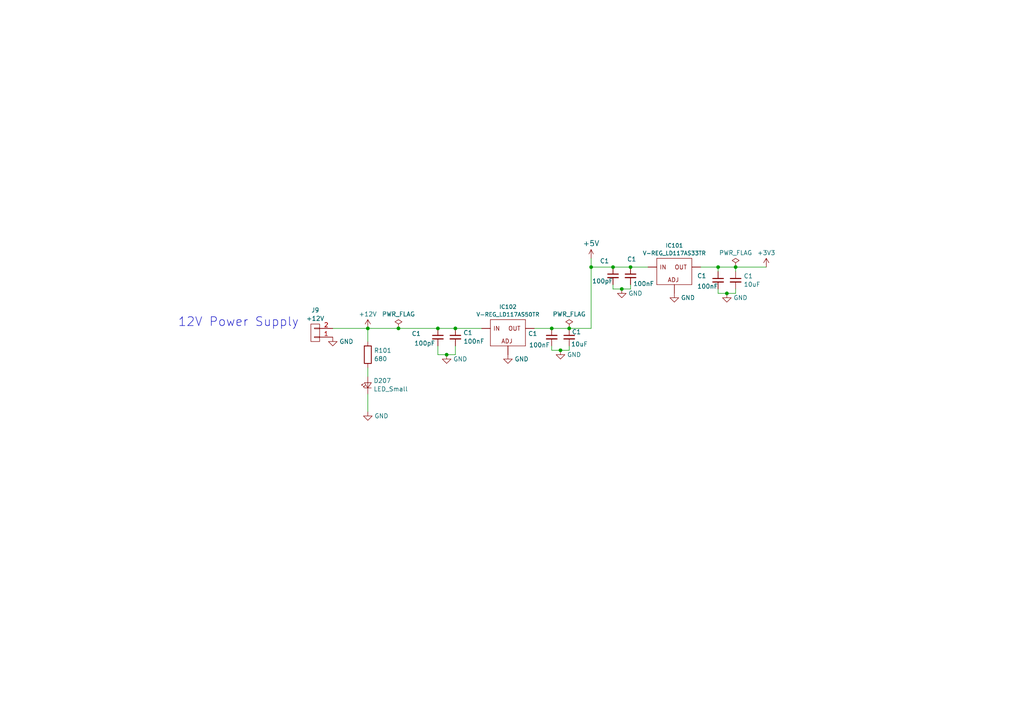
<source format=kicad_sch>
(kicad_sch (version 20230121) (generator eeschema)
  (paper "A4")
  (lib_symbols
    (symbol "Radioberry:+5V" (pin_names (offset 0))
      (property "Value" "+5V" (at 0 3.81 0))
      (symbol "+5V_0_1"
        (polyline (pts (xy 0 0) (xy 0 2.54)))
        (polyline (pts (xy 0 2.54) (xy -0.635 1.27)))
        (polyline (pts (xy 0 2.54) (xy 0.635 1.27)))
      )
      (symbol "+5V_1_1"
        (pin power_in line (at 0 0 90) (length 0) hide (name "+5V") (number "1"))
      )
    )
    (symbol "Radioberry:V-REG_LD117AS33TR" (pin_numbers hide) (pin_names (offset 1.016) hide)
      (property "Reference" "IC" (at 2.54 -7.62 0))
      (property "Value" "V-REG_LD117AS33TR" (at 2.54 -10.16 0))
      (symbol "V-REG_LD117AS33TR_1_0"
        (polyline (pts (xy -5.08 -5.08) (xy 5.08 -5.08)))
        (polyline (pts (xy -5.08 2.54) (xy -5.08 -5.08)))
        (polyline (pts (xy 5.08 -5.08) (xy 5.08 2.54)))
        (polyline (pts (xy 5.08 2.54) (xy -5.08 2.54)))
        (text "ADJ" (at -0.2794 -3.7084 0) (effects (font (size 1.2192 1.2192))))
        (text "IN" (at -3.2766 -0.0254 0) (effects (font (size 1.2192 1.2192))))
        (text "OUT" (at 1.8796 -0.0254 0) (effects (font (size 1.2192 1.2192))))
      )
      (symbol "V-REG_LD117AS33TR_1_1"
        (pin input line (at 0 -7.62 90) (length 2.54) (name "ADJ") (number "1"))
        (pin input line (at -7.62 0 0) (length 2.54) (name "IN") (number "3"))
        (pin passive line (at 7.62 0 180) (length 2.54) (name "OUT") (number "4"))
      )
    )
    (symbol "Radioberry:V-REG_LD117AS50TR" (pin_numbers hide) (pin_names (offset 1.016) hide)
      (property "Reference" "IC" (at 2.54 -7.62 0))
      (property "Value" "V-REG_LD117AS50TR" (at 2.54 -10.16 0))
      (symbol "V-REG_LD117AS50TR_1_0"
        (polyline (pts (xy -5.08 -5.08) (xy 5.08 -5.08)))
        (polyline (pts (xy -5.08 2.54) (xy -5.08 -5.08)))
        (polyline (pts (xy 5.08 -5.08) (xy 5.08 2.54)))
        (polyline (pts (xy 5.08 2.54) (xy -5.08 2.54)))
        (text "ADJ" (at -0.2794 -3.7084 0) (effects (font (size 1.2192 1.2192))))
        (text "IN" (at -3.2766 -0.0254 0) (effects (font (size 1.2192 1.2192))))
        (text "OUT" (at 1.8796 -0.0254 0) (effects (font (size 1.2192 1.2192))))
      )
      (symbol "V-REG_LD117AS50TR_1_1"
        (pin input line (at 0 -7.62 90) (length 2.54) (name "ADJ") (number "1"))
        (pin input line (at -7.62 0 0) (length 2.54) (name "IN") (number "3"))
        (pin passive line (at 7.62 0 180) (length 2.54) (name "OUT") (number "4"))
      )
    )
    (symbol "hermeslite:+3V3" (power) (pin_names (offset 0))
      (property "Value" "+3V3" (at 0 3.556 0))
      (symbol "+3V3_0_1"
        (polyline (pts (xy -0.762 1.27) (xy 0 2.54)))
        (polyline (pts (xy 0 0) (xy 0 2.54)))
        (polyline (pts (xy 0 2.54) (xy 0.762 1.27)))
      )
      (symbol "+3V3_1_1"
        (pin power_in line (at 0 0 90) (length 0) hide (name "+3V3") (number "1"))
      )
    )
    (symbol "hermeslite:CONN_01X02" (pin_names (offset 1.016) hide)
      (property "Reference" "J" (at 0 3.81 0))
      (property "Value" "CONN_01X02" (at 2.54 0 90))
      (symbol "CONN_01X02_0_1"
        (rectangle (start -1.27 -1.143) (end 0.254 -1.397))
        (rectangle (start -1.27 1.397) (end 0.254 1.143))
        (rectangle (start -1.27 2.54) (end 1.27 -2.54))
      )
      (symbol "CONN_01X02_1_1"
        (pin passive line (at -5.08 1.27 0) (length 3.81) (name "P1") (number "1"))
        (pin passive line (at -5.08 -1.27 0) (length 3.81) (name "P2") (number "2"))
      )
    )
    (symbol "hermeslite:C_Small" (pin_numbers hide) (pin_names (offset 0.254) hide)
      (property "Reference" "C" (at 0.254 1.778 0))
      (property "Value" "C_Small" (at 0.254 -2.032 0))
      (symbol "C_Small_0_1"
        (polyline (pts (xy -1.524 -0.508) (xy 1.524 -0.508)) (stroke (width 0.3302)))
        (polyline (pts (xy -1.524 0.508) (xy 1.524 0.508)) (stroke (width 0.3048)))
      )
      (symbol "C_Small_1_1"
        (pin passive line (at 0 2.54 270) (length 2.032) (name "~") (number "1"))
        (pin passive line (at 0 -2.54 90) (length 2.032) (name "~") (number "2"))
      )
    )
    (symbol "hermeslite:GND" (power) (pin_names (offset 0))
      (property "Value" "GND" (at 0 -3.81 0))
      (symbol "GND_0_1"
        (polyline (pts (xy 0 0) (xy 0 -1.27) (xy 1.27 -1.27) (xy 0 -2.54) (xy -1.27 -1.27) (xy 0 -1.27)))
      )
      (symbol "GND_1_1"
        (pin power_in line (at 0 0 270) (length 0) hide (name "GND") (number "1"))
      )
    )
    (symbol "hermeslite:LED_Small" (pin_numbers hide) (pin_names (offset 0.254) hide)
      (property "Reference" "D" (at -1.27 3.175 0))
      (property "Value" "LED_Small" (at -4.445 -2.54 0))
      (symbol "LED_Small_0_1"
        (polyline (pts (xy -0.762 -1.016) (xy -0.762 1.016)))
        (polyline (pts (xy 1.016 0) (xy -0.762 0)))
        (polyline (pts (xy 0.762 -1.016) (xy -0.762 0) (xy 0.762 1.016) (xy 0.762 -1.016)))
        (polyline (pts (xy 0 0.762) (xy -0.508 1.27) (xy -0.254 1.27) (xy -0.508 1.27) (xy -0.508 1.016)))
        (polyline (pts (xy 0.508 1.27) (xy 0 1.778) (xy 0.254 1.778) (xy 0 1.778) (xy 0 1.524)))
      )
      (symbol "LED_Small_1_1"
        (pin passive line (at -2.54 0 0) (length 1.778) (name "K") (number "1"))
        (pin passive line (at 2.54 0 180) (length 1.778) (name "A") (number "2"))
      )
    )
    (symbol "hermeslite:R" (pin_numbers hide) (pin_names (offset 0))
      (property "Reference" "R" (at 2.032 0 90))
      (property "Value" "R" (at 0 0 90))
      (symbol "R_0_1"
        (rectangle (start -1.016 -2.54) (end 1.016 2.54) (stroke (width 0.254)))
      )
      (symbol "R_1_1"
        (pin passive line (at 0 3.81 270) (length 1.27) (name "~") (number "1"))
        (pin passive line (at 0 -3.81 90) (length 1.27) (name "~") (number "2"))
      )
    )
    (symbol "power:+12V" (power) (pin_names (offset 0))
      (property "Value" "+12V" (at 0 3.556 0))
      (symbol "+12V_0_1"
        (polyline (pts (xy -0.762 1.27) (xy 0 2.54)))
        (polyline (pts (xy 0 0) (xy 0 2.54)))
        (polyline (pts (xy 0 2.54) (xy 0.762 1.27)))
      )
      (symbol "+12V_1_1"
        (pin power_in line (at 0 0 90) (length 0) hide (name "+12V") (number "1"))
      )
    )
    (symbol "power:PWR_FLAG" (power) (pin_numbers hide) (pin_names (offset 0) hide)
      (property "Value" "PWR_FLAG" (at 0 3.81 0))
      (symbol "PWR_FLAG_0_0"
        (pin power_out line (at 0 0 90) (length 0) (name "pwr") (number "1"))
      )
      (symbol "PWR_FLAG_0_1"
        (polyline (pts (xy 0 0) (xy 0 1.27) (xy -1.016 1.905) (xy 0 2.54) (xy 1.016 1.905) (xy 0 1.27)))
      )
    )
  )
  (junction (at 115.57 95.25))
  (junction (at 171.45 77.47))
  (junction (at 210.82 85.09))
  (junction (at 180.34 83.82))
  (junction (at 213.36 77.47))
  (junction (at 129.54 102.87))
  (junction (at 208.28 77.47))
  (junction (at 162.56 101.6))
  (junction (at 177.8 77.47))
  (junction (at 165.1 95.25))
  (junction (at 132.08 95.25))
  (junction (at 160.02 95.25))
  (junction (at 127 95.25))
  (junction (at 106.68 95.25))
  (junction (at 182.88 77.47))
  (wire (pts (xy 132.08 102.87) (xy 132.08 100.33)))
  (wire (pts (xy 165.1 101.6) (xy 165.1 100.33)))
  (wire (pts (xy 132.08 95.25) (xy 139.7 95.25)))
  (wire (pts (xy 115.57 95.25) (xy 127 95.25)))
  (wire (pts (xy 154.94 95.25) (xy 160.02 95.25)))
  (wire (pts (xy 106.68 114.3) (xy 106.68 119.38)))
  (wire (pts (xy 208.28 85.09) (xy 210.82 85.09)))
  (wire (pts (xy 213.36 77.47) (xy 222.25 77.47)))
  (wire (pts (xy 208.28 83.82) (xy 208.28 85.09)))
  (wire (pts (xy 177.8 83.82) (xy 180.34 83.82)))
  (wire (pts (xy 127 102.87) (xy 129.54 102.87)))
  (wire (pts (xy 203.2 77.47) (xy 208.28 77.47)))
  (wire (pts (xy 208.28 77.47) (xy 208.28 78.74)))
  (wire (pts (xy 171.45 77.47) (xy 177.8 77.47)))
  (wire (pts (xy 106.68 95.25) (xy 115.57 95.25)))
  (wire (pts (xy 165.1 95.25) (xy 171.45 95.25)))
  (wire (pts (xy 171.45 95.25) (xy 171.45 77.47)))
  (wire (pts (xy 162.56 101.6) (xy 165.1 101.6)))
  (wire (pts (xy 160.02 101.6) (xy 162.56 101.6)))
  (wire (pts (xy 182.88 77.47) (xy 187.96 77.47)))
  (wire (pts (xy 106.68 95.25) (xy 106.68 99.06)))
  (wire (pts (xy 96.52 95.25) (xy 106.68 95.25)))
  (wire (pts (xy 127 95.25) (xy 132.08 95.25)))
  (wire (pts (xy 171.45 74.93) (xy 171.45 77.47)))
  (wire (pts (xy 213.36 85.09) (xy 213.36 83.82)))
  (wire (pts (xy 127 100.33) (xy 127 102.87)))
  (wire (pts (xy 208.28 77.47) (xy 213.36 77.47)))
  (wire (pts (xy 180.34 83.82) (xy 182.88 83.82)))
  (wire (pts (xy 129.54 102.87) (xy 132.08 102.87)))
  (wire (pts (xy 177.8 82.55) (xy 177.8 83.82)))
  (wire (pts (xy 177.8 77.47) (xy 182.88 77.47)))
  (wire (pts (xy 160.02 100.33) (xy 160.02 101.6)))
  (wire (pts (xy 106.68 106.68) (xy 106.68 109.22)))
  (wire (pts (xy 160.02 95.25) (xy 165.1 95.25)))
  (wire (pts (xy 213.36 77.47) (xy 213.36 78.74)))
  (wire (pts (xy 182.88 83.82) (xy 182.88 82.55)))
  (wire (pts (xy 210.82 85.09) (xy 213.36 85.09)))
  (text "12V Power Supply " (at 51.562 94.996 0) (effects (font (size 2.56 2.56)) (justify left bottom)))
  (symbol (lib_id "hermeslite:C_Small") (at 165.1 97.79 0) (unit 1)
    (property "Reference" "C1" (at 165.862 96.266 0) (effects (justify left)))
    (property "Value" "10uF" (at 165.608 99.822 0) (effects (justify left)))
    (property "Footprint" "hermeslite:SMD-0805" (effects hide))
    (instances (project "RB2AMPController" (path "" (reference "C1") (unit 1)) (path "" (reference "C2") (unit 1)) (path "" (reference "C108") (unit 1))))
  )
  (symbol (lib_id "hermeslite:C_Small") (at 182.88 80.01 0) (unit 1)
    (property "Reference" "C1" (at 181.864 75.184 0) (effects (justify left)))
    (property "Value" "100nF" (at 183.642 82.296 0) (effects (justify left)))
    (property "Footprint" "hermeslite:SMD-0805" (effects hide))
    (instances (project "RB2AMPController" (path "" (reference "C1") (unit 1)) (path "" (reference "C2") (unit 1)) (path "" (reference "C102") (unit 1))))
  )
  (symbol (lib_id "hermeslite:C_Small") (at 213.36 81.28 0) (unit 1)
    (property "Reference" "C1" (at 215.6841 80.0742 0) (effects (justify left)))
    (property "Value" "10uF" (at 215.6841 82.4984 0) (effects (justify left)))
    (property "Footprint" "hermeslite:SMD-0805" (effects hide))
    (instances (project "RB2AMPController" (path "" (reference "C1") (unit 1)) (path "" (reference "C2") (unit 1)) (path "" (reference "C104") (unit 1))))
  )
  (symbol (lib_id "hermeslite:GND") (at 96.52 97.79 0) (unit 1)
    (property "Reference" "#PWR09" (effects hide))
    (property "Value" "GND" (at 98.425 99.06 0) (effects (justify left)))
    (instances (project "RB2AMPController" (path "" (reference "#PWR09") (unit 1)) (path "" (reference "#PWR05") (unit 1)) (path "" (reference "#PWR0107") (unit 1))))
  )
  (symbol (lib_id "hermeslite:GND") (at 180.34 83.82 0) (unit 1)
    (property "Reference" "#PWR09" (effects hide))
    (property "Value" "GND" (at 182.245 85.09 0) (effects (justify left)))
    (instances (project "RB2AMPController" (path "" (reference "#PWR09") (unit 1)) (path "" (reference "#PWR05") (unit 1)) (path "" (reference "#PWR0103") (unit 1))))
  )
  (symbol (lib_id "Radioberry:+5V") (at 171.45 74.93 0) (unit 1)
    (property "Reference" "#PWR101" (effects hide))
    (property "Value" "+5V" (at 171.45 70.5926 0) (effects (font (size 1.524 1.524))))
  )
  (symbol (lib_id "power:PWR_FLAG") (at 213.36 77.47 0) (unit 1)
    (property "Reference" "#FLG0203" (effects hide))
    (property "Value" "PWR_FLAG" (at 213.36 73.3369 0))
  )
  (symbol (lib_id "hermeslite:GND") (at 147.32 102.87 0) (unit 1)
    (property "Reference" "#PWR09" (effects hide))
    (property "Value" "GND" (at 149.225 104.14 0) (effects (justify left)))
    (instances (project "RB2AMPController" (path "" (reference "#PWR09") (unit 1)) (path "" (reference "#PWR05") (unit 1)) (path "" (reference "#PWR0110") (unit 1))))
  )
  (symbol (lib_id "hermeslite:C_Small") (at 177.8 80.01 0) (unit 1)
    (property "Reference" "C1" (at 173.99 75.692 0) (effects (justify left)))
    (property "Value" "100pF" (at 171.704 81.534 0) (effects (justify left)))
    (property "Footprint" "hermeslite:SMD-0805" (effects hide))
    (instances (project "RB2AMPController" (path "" (reference "C1") (unit 1)) (path "" (reference "C2") (unit 1)) (path "" (reference "C101") (unit 1))))
  )
  (symbol (lib_id "hermeslite:R") (at 106.68 102.87 0) (unit 1)
    (property "Reference" "R101" (at 108.458 101.6579 0) (effects (justify left)))
    (property "Value" "680" (at 108.458 104.0821 0) (effects (justify left)))
    (property "Footprint" "hermeslite:SMD-0805" (effects hide))
  )
  (symbol (lib_id "hermeslite:GND") (at 106.68 119.38 0) (unit 1)
    (property "Reference" "#PWR09" (effects hide))
    (property "Value" "GND" (at 108.585 120.65 0) (effects (justify left)))
    (instances (project "RB2AMPController" (path "" (reference "#PWR09") (unit 1)) (path "" (reference "#PWR05") (unit 1)) (path "" (reference "#PWR0115") (unit 1))))
  )
  (symbol (lib_id "hermeslite:C_Small") (at 208.28 81.28 0) (unit 1)
    (property "Reference" "C1" (at 202.184 80.01 0) (effects (justify left)))
    (property "Value" "100nF" (at 202.184 83.058 0) (effects (justify left)))
    (property "Footprint" "hermeslite:SMD-0805" (effects hide))
    (instances (project "RB2AMPController" (path "" (reference "C1") (unit 1)) (path "" (reference "C2") (unit 1)) (path "" (reference "C103") (unit 1))))
  )
  (symbol (lib_id "hermeslite:C_Small") (at 160.02 97.79 0) (unit 1)
    (property "Reference" "C1" (at 153.162 96.774 0) (effects (justify left)))
    (property "Value" "100nF" (at 153.416 100.076 0) (effects (justify left)))
    (property "Footprint" "hermeslite:SMD-0805" (effects hide))
    (instances (project "RB2AMPController" (path "" (reference "C1") (unit 1)) (path "" (reference "C2") (unit 1)) (path "" (reference "C107") (unit 1))))
  )
  (symbol (lib_id "hermeslite:+3V3") (at 222.25 77.47 0) (unit 1)
    (property "Reference" "#PWR0102" (effects hide))
    (property "Value" "+3V3" (at 222.25 73.3369 0))
  )
  (symbol (lib_id "power:PWR_FLAG") (at 115.57 95.25 0) (unit 1)
    (property "Reference" "#FLG0201" (effects hide))
    (property "Value" "PWR_FLAG" (at 115.57 91.1169 0))
  )
  (symbol (lib_id "hermeslite:C_Small") (at 127 97.79 0) (unit 1)
    (property "Reference" "C1" (at 119.38 96.774 0) (effects (justify left)))
    (property "Value" "100pF" (at 120.142 99.568 0) (effects (justify left)))
    (property "Footprint" "hermeslite:SMD-0805" (effects hide))
    (instances (project "RB2AMPController" (path "" (reference "C1") (unit 1)) (path "" (reference "C2") (unit 1)) (path "" (reference "C105") (unit 1))))
  )
  (symbol (lib_id "hermeslite:LED_Small") (at 106.68 111.76 90) (unit 1)
    (property "Reference" "D207" (at 108.331 110.4209 90) (effects (justify right)))
    (property "Value" "LED_Small" (at 108.331 112.8451 90) (effects (justify right)))
    (property "Footprint" "hermeslite:LED" (effects hide))
  )
  (symbol (lib_id "hermeslite:C_Small") (at 132.08 97.79 0) (unit 1)
    (property "Reference" "C1" (at 134.366 96.52 0) (effects (justify left)))
    (property "Value" "100nF" (at 134.4041 99.0084 0) (effects (justify left)))
    (property "Footprint" "hermeslite:SMD-0805" (effects hide))
    (instances (project "RB2AMPController" (path "" (reference "C1") (unit 1)) (path "" (reference "C2") (unit 1)) (path "" (reference "C106") (unit 1))))
  )
  (symbol (lib_id "Radioberry:V-REG_LD117AS33TR") (at 195.58 77.47 0) (unit 1)
    (property "Reference" "IC101" (at 195.58 71.219 0) (effects (font (size 1.143 1.143))))
    (property "Value" "V-REG_LD117AS33TR" (at 195.58 73.439 0) (effects (font (size 1.143 1.143))))
    (property "Footprint" "rb-eagle:V-REG_SOT223" (effects hide))
  )
  (symbol (lib_id "hermeslite:GND") (at 210.82 85.09 0) (unit 1)
    (property "Reference" "#PWR09" (effects hide))
    (property "Value" "GND" (at 212.725 86.36 0) (effects (justify left)))
    (instances (project "RB2AMPController" (path "" (reference "#PWR09") (unit 1)) (path "" (reference "#PWR05") (unit 1)) (path "" (reference "#PWR0104") (unit 1))))
  )
  (symbol (lib_id "hermeslite:GND") (at 129.54 102.87 0) (unit 1)
    (property "Reference" "#PWR09" (effects hide))
    (property "Value" "GND" (at 131.445 104.14 0) (effects (justify left)))
    (instances (project "RB2AMPController" (path "" (reference "#PWR09") (unit 1)) (path "" (reference "#PWR05") (unit 1)) (path "" (reference "#PWR0109") (unit 1))))
  )
  (symbol (lib_id "hermeslite:GND") (at 195.58 85.09 0) (unit 1)
    (property "Reference" "#PWR09" (effects hide))
    (property "Value" "GND" (at 197.485 86.36 0) (effects (justify left)))
    (instances (project "RB2AMPController" (path "" (reference "#PWR09") (unit 1)) (path "" (reference "#PWR05") (unit 1)) (path "" (reference "#PWR0105") (unit 1))))
  )
  (symbol (lib_id "Radioberry:V-REG_LD117AS50TR") (at 147.32 95.25 0) (unit 1)
    (property "Reference" "IC102" (at 147.32 88.999 0) (effects (font (size 1.143 1.143))))
    (property "Value" "V-REG_LD117AS50TR" (at 147.32 91.219 0) (effects (font (size 1.143 1.143))))
    (property "Footprint" "rb-eagle:V-REG_SOT223" (effects hide))
  )
  (symbol (lib_id "hermeslite:GND") (at 162.56 101.6 0) (unit 1)
    (property "Reference" "#PWR09" (effects hide))
    (property "Value" "GND" (at 164.465 102.87 0) (effects (justify left)))
    (instances (project "RB2AMPController" (path "" (reference "#PWR09") (unit 1)) (path "" (reference "#PWR05") (unit 1)) (path "" (reference "#PWR0108") (unit 1))))
  )
  (symbol (lib_id "power:+12V") (at 106.68 95.25 0) (unit 1)
    (property "Reference" "#PWR0106" (effects hide))
    (property "Value" "+12V" (at 106.68 91.1169 0))
  )
  (symbol (lib_id "hermeslite:CONN_01X02") (at 91.44 96.52 180) (unit 1)
    (property "Reference" "J9" (at 91.44 89.9627 0))
    (property "Value" "+12V" (at 91.44 92.3869 0))
    (property "Footprint" "hermeslite:2x1" (effects hide))
    (instances (project "RB2AMPController" (path "" (reference "J9") (unit 1)) (path "" (reference "J11") (unit 1)) (path "" (reference "J101") (unit 1))))
  )
  (symbol (lib_id "power:PWR_FLAG") (at 165.1 95.25 0) (unit 1)
    (property "Reference" "#FLG0202" (effects hide))
    (property "Value" "PWR_FLAG" (at 165.1 91.1169 0))
  )
)
</source>
